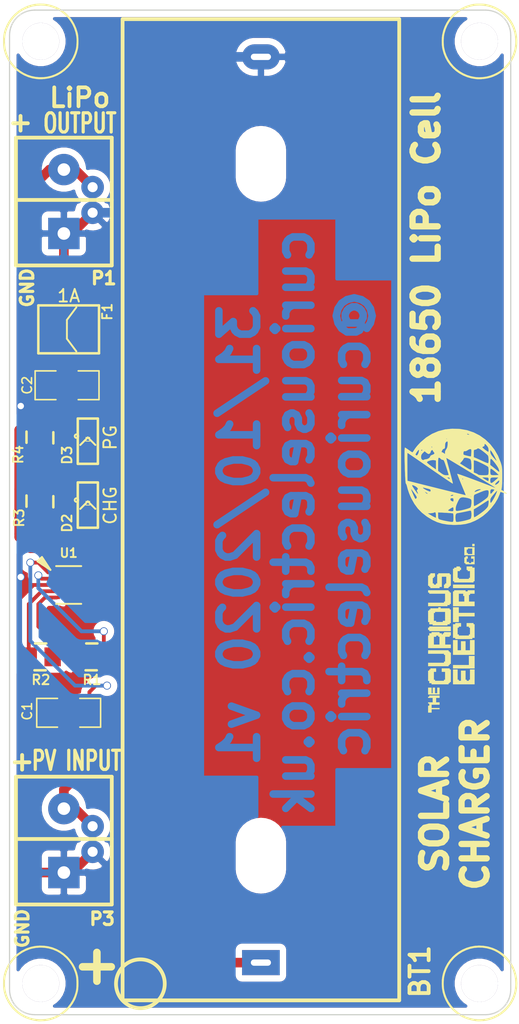
<source format=kicad_pcb>
(kicad_pcb (version 20171130) (host pcbnew "(5.1.0)-1")
  (layers (0 F.Cu signal) (31 B.Cu signal) (34 B.Paste user) (35 F.Paste user) (36 B.SilkS user) (37 F.SilkS user) (38 B.Mask user) (39 F.Mask user) (44 Edge.Cuts user))
  (net 0 "")
  (net 1 VCC)
  (net 2 GND)
  (net 3 "Net-(C1-Pad1)")
  (net 4 "Net-(D2-Pad2)")
  (net 5 "Net-(D3-Pad2)")
  (net 6 "Net-(D3-Pad1)")
  (net 7 "Net-(R1-Pad1)")
  (net 8 "Net-(R2-Pad1)")
  (net 9 "Net-(R2-Pad2)")
  (net 10 "Net-(D2-Pad1)")
  (net 11 "Net-(U1-Pad9)")
  (net 12 "Net-(F1-Pad1)")
  (net 13 "Net-(PCB1-Pad1)")
  (module REInnovationFootprint:TH_LiIon_Holder (layer F.Cu) (at 147.955 132.08 90)
    (fp_text reference BT1 (at 2.286 1.651 270) (layer F.SilkS) (effects (font (size 1.524 1.524) (thickness 0.3048))))
    (fp_text value "18650 LiPo Cell" (at 59.817 2.159 90) (layer F.SilkS) (effects (font (size 2 2) (thickness 0.5))))
    (fp_text user + (at 2.667 -24.257 90) (layer F.SilkS) (effects (font (size 3 3) (thickness 0.6))))
    (pad "" np_thru_hole oval (at 66.5 -11 90) (size 5 3) (drill oval 5 3) (layers *.Cu *.Mask))
    (pad 1 thru_hole rect (at 3 -11 90) (size 2 3) (drill oval 0.5 1.6) (layers *.Cu *.Mask) (net 1 VCC))
    (pad 2 thru_hole oval (at 75 -11 90) (size 2 3) (drill oval 0.5 1.6) (layers *.Cu *.Mask) (net 2 GND))
    (pad "" np_thru_hole oval (at 11.5 -11 90) (size 5 3) (drill oval 5 3) (layers *.Cu *.Mask))
  )
  (module REInnovationFootprint:SIL_2_screw_+_JST_2mm (layer F.Cu) (at 121.285 71.12 90)
    (fp_text reference P1 (at -3.556 3.175) (layer F.SilkS) (effects (font (thickness 0.25))))
    (fp_text value OUTPUT (at 8.763 1.27) (layer F.SilkS) (effects (font (size 1.524 1.016) (thickness 0.254))))
    (fp_text user + (at 8.763 -3.556 90) (layer F.SilkS) (effects (font (size 1.524 1.524) (thickness 0.3048))))
    (fp_text user GND (at -4.318 -2.921 90) (layer F.SilkS) (effects (font (thickness 0.25))))
    (pad 2 thru_hole circle (at 3.683 2.286 90) (size 1.8 1.8) (drill 0.8) (layers *.Cu *.Mask) (net 12 "Net-(F1-Pad1)"))
    (pad 1 thru_hole circle (at 1.651 2.286 90) (size 1.8 1.8) (drill 0.8) (layers *.Cu *.Mask) (net 2 GND))
    (pad 2 thru_hole circle (at 5.08 0 90) (size 2.49936 2.49936) (drill 1.00076) (layers *.Cu *.Mask) (net 12 "Net-(F1-Pad1)"))
    (pad 1 thru_hole rect (at 0 0 90) (size 2.49936 2.49936) (drill 1.00076) (layers *.Cu *.Mask) (net 2 GND))
  )
  (module REInnovationFootprint:SIL_2_screw_+_JST_2mm (layer F.Cu) (at 121.285 121.92 90)
    (fp_text reference P3 (at -3.683 3.048) (layer F.SilkS) (effects (font (thickness 0.25))))
    (fp_text value "PV INPUT" (at 8.89 1.016 180) (layer F.SilkS) (effects (font (size 1.524 1.016) (thickness 0.254))))
    (fp_text user + (at 8.763 -3.429 90) (layer F.SilkS) (effects (font (size 1.524 1.524) (thickness 0.3048))))
    (fp_text user GND (at -4.445 -3.302 90) (layer F.SilkS) (effects (font (thickness 0.25))))
    (pad 2 thru_hole circle (at 3.683 2.286 90) (size 1.8 1.8) (drill 0.8) (layers *.Cu *.Mask) (net 3 "Net-(C1-Pad1)"))
    (pad 1 thru_hole circle (at 1.651 2.286 90) (size 1.8 1.8) (drill 0.8) (layers *.Cu *.Mask) (net 2 GND))
    (pad 2 thru_hole circle (at 5.08 0 90) (size 2.49936 2.49936) (drill 1.00076) (layers *.Cu *.Mask) (net 3 "Net-(C1-Pad1)"))
    (pad 1 thru_hole rect (at 0 0 90) (size 2.49936 2.49936) (drill 1.00076) (layers *.Cu *.Mask) (net 2 GND))
  )
  (module REInnovationFootprint:SM_WSON-10-2x3 (layer F.Cu) (at 121.666 99.06)
    (fp_text reference U1 (at 0 -2.54) (layer F.SilkS) (effects (font (size 0.7 0.7))))
    (fp_text value BQ24210 hide)
    (pad 10 smd rect (at 0.95 -1) (size 0.5 0.25) (layers F.Cu F.Paste F.Mask) (net 1 VCC))
    (pad 9 smd rect (at 0.95 -0.5) (size 0.5 0.25) (layers F.Cu F.Paste F.Mask) (net 11 "Net-(U1-Pad9)"))
    (pad 6 smd rect (at 0.95 1) (size 0.5 0.25) (layers F.Cu F.Paste F.Mask) (net 5 "Net-(D3-Pad2)"))
    (pad 7 smd rect (at 0.95 0.5) (size 0.5 0.25) (layers F.Cu F.Paste F.Mask) (net 5 "Net-(D3-Pad2)"))
    (pad 8 smd rect (at 0.95 0) (size 0.5 0.25) (layers F.Cu F.Paste F.Mask) (net 4 "Net-(D2-Pad2)"))
    (pad 5 smd rect (at -0.95 1) (size 0.5 0.25) (layers F.Cu F.Paste F.Mask) (net 8 "Net-(R2-Pad1)"))
    (pad 4 smd rect (at -0.95 0.5) (size 0.5 0.25) (layers F.Cu F.Paste F.Mask) (net 9 "Net-(R2-Pad2)"))
    (pad 1 smd rect (at -0.95 -1) (size 0.5 0.25) (layers F.Cu F.Paste F.Mask) (net 3 "Net-(C1-Pad1)"))
    (pad 2 smd rect (at -0.95 -0.5) (size 0.5 0.25) (layers F.Cu F.Paste F.Mask) (net 7 "Net-(R1-Pad1)"))
    (pad PAD smd rect (at 0 0) (size 0.84 2.4) (layers F.Cu F.Mask) (net 2 GND))
    (pad 3 smd rect (at -0.95 0) (size 0.5 0.25) (layers F.Cu F.Paste F.Mask) (net 2 GND))
  )
  (module CuriousElectric3:TCEC_Words_13mm (layer F.Cu) (at 149.987 109.474 90)
    (fp_text reference LG2 hide)
    (fp_text value LOGO2 hide)
  )
  (module REInnovationFootprint:SM0805_LED (layer F.Cu) (at 123.19 92.71)
    (fp_text reference D2 (at -1.651 1.43002 -270) (layer F.SilkS) (effects (font (size 0.76 0.76))))
    (fp_text value CHG (at 1.778 0.03302 -270) (layer F.SilkS))
    (pad 1 smd rect (at 0 1.04902) (size 1.19888 1.19888) (layers F.Cu F.Paste F.Mask) (net 10 "Net-(D2-Pad1)"))
    (pad 2 smd rect (at 0 -1.04902) (size 1.19888 1.19888) (layers F.Cu F.Paste F.Mask) (net 4 "Net-(D2-Pad2)"))
  )
  (module REInnovationFootprint:SM0805_LED (layer F.Cu) (at 123.19 87.63)
    (fp_text reference D3 (at -1.651 1.10998 -270) (layer F.SilkS) (effects (font (size 0.76 0.76))))
    (fp_text value PG (at 1.778 -0.28702 -270) (layer F.SilkS))
    (pad 2 smd rect (at 0 -1.04902) (size 1.19888 1.19888) (layers F.Cu F.Paste F.Mask) (net 5 "Net-(D3-Pad2)"))
    (pad 1 smd rect (at 0 1.04902) (size 1.19888 1.19888) (layers F.Cu F.Paste F.Mask) (net 6 "Net-(D3-Pad1)"))
  )
  (module REInnovationFootprint:SM0805 (layer F.Cu) (at 123.5202 104.775 270)
    (fp_text reference R1 (at 1.8288 0) (layer F.SilkS) (effects (font (size 0.76 0.76))))
    (fp_text value 1k hide)
    (pad 2 smd rect (at 0 0.9652 270) (size 1.5 1.3) (layers F.Cu F.Paste F.Mask) (net 2 GND))
    (pad 1 smd rect (at 0 -0.9348 270) (size 1.5 1.3) (layers F.Cu F.Paste F.Mask) (net 7 "Net-(R1-Pad1)"))
  )
  (module REInnovationFootprint:SM0805 (layer F.Cu) (at 119.4562 104.775 270)
    (fp_text reference R2 (at 1.8288 0) (layer F.SilkS) (effects (font (size 0.76 0.76))))
    (fp_text value 100k hide)
    (pad 1 smd rect (at 0 -0.9348 270) (size 1.5 1.3) (layers F.Cu F.Paste F.Mask) (net 8 "Net-(R2-Pad1)"))
    (pad 2 smd rect (at 0 0.9652 270) (size 1.5 1.3) (layers F.Cu F.Paste F.Mask) (net 9 "Net-(R2-Pad2)"))
  )
  (module REInnovationFootprint:SM0805 (layer F.Cu) (at 119.38 92.3798)
    (fp_text reference R3 (at -1.651 1.3512 -90) (layer F.SilkS) (effects (font (size 0.76 0.76))))
    (fp_text value 2.2k hide)
    (pad 2 smd rect (at 0 0.9652) (size 1.5 1.3) (layers F.Cu F.Paste F.Mask) (net 10 "Net-(D2-Pad1)"))
    (pad 1 smd rect (at 0 -0.9348) (size 1.5 1.3) (layers F.Cu F.Paste F.Mask) (net 1 VCC))
  )
  (module REInnovationFootprint:SM0805 (layer F.Cu) (at 119.38 87.2998)
    (fp_text reference R4 (at -1.7272 1.397 -270) (layer F.SilkS) (effects (font (size 0.76 0.76))))
    (fp_text value 2.2k hide)
    (pad 1 smd rect (at 0 -0.9348) (size 1.5 1.3) (layers F.Cu F.Paste F.Mask) (net 1 VCC))
    (pad 2 smd rect (at 0 0.9652) (size 1.5 1.3) (layers F.Cu F.Paste F.Mask) (net 6 "Net-(D3-Pad1)"))
  )
  (module REInnovationFootprint:SM_FSMD (layer F.Cu) (at 121.666 78.74)
    (fp_text reference F1 (at 3.072 -1.397 90) (layer F.SilkS) (effects (font (size 0.76 0.76))))
    (fp_text value 1A (at 0 -2.667) (layer F.SilkS))
    (pad 1 smd rect (at -1.5 0) (size 1 2.8) (layers F.Cu F.Paste F.Mask) (net 12 "Net-(F1-Pad1)"))
    (pad 2 smd rect (at 1.5 0) (size 1 2.8) (layers F.Cu F.Paste F.Mask) (net 1 VCC))
  )
  (module CuriousElectric3:2019_011_16_CuriousElectricCompany_Logo_Round_Logo_No_words_KiCAD_10mm_PCBLogo (layer B.Cu) (at 156.464 89.789 270)
    (fp_text reference LG1 hide)
    (fp_text value LOGO1 hide)
    (fp_poly (pts (xy 1.598158 5.545666) (xy 1.705783 5.113042) (xy 1.80602 4.705886) (xy 1.897159 4.331429) (xy 1.977492 3.996898) (xy 2.045309 3.709525) (xy 2.098903 3.476537) (xy 2.136563 3.305164) (xy 2.156581 3.202636) (xy 2.158569 3.175) (xy 2.111409 3.190455) (xy 1.998121 3.233634) (xy 1.830759 3.299761) (xy 1.621372 3.384057) (xy 1.382015 3.481744) (xy 1.30842 3.512018) (xy 1.064121 3.611815) (xy 0.84763 3.698579) (xy 0.670636 3.767764) (xy 0.544826 3.814825) (xy 0.481885 3.835215) (xy 0.476981 3.835425) (xy 0.488865 3.793728) (xy 0.529404 3.678319) (xy 0.596627 3.494419) (xy 0.688564 3.247251) (xy 0.803244 2.942034) (xy 0.938696 2.583991) (xy 1.09295 2.178343) (xy 1.264034 1.730312) (xy 1.449979 1.24512) (xy 1.648813 0.727987) (xy 1.696865 0.60325) (xy 1.718786 0.530957) (xy 1.716638 0.508) (xy 1.690623 0.542461) (xy 1.627213 0.638947) (xy 1.53296 0.787116) (xy 1.414414 0.976624) (xy 1.278125 1.197128) (xy 1.213951 1.30175) (xy 0.839385 1.914222) (xy 0.507452 2.457896) (xy 0.21624 2.935974) (xy -0.036165 3.351659) (xy -0.251675 3.708153) (xy -0.432203 4.008659) (xy -0.579661 4.256379) (xy -0.695963 4.454515) (xy -0.783021 4.606271) (xy -0.842749 4.714848) (xy -0.877058 4.783449) (xy -0.887861 4.815277) (xy -0.886433 4.818326) (xy -0.837265 4.811146) (xy -0.718164 4.783815) (xy -0.54065 4.739279) (xy -0.316247 4.680484) (xy -0.056475 4.610374) (xy 0.152388 4.552763) (xy 0.429212 4.47628) (xy 0.677522 4.408732) (xy 0.886181 4.353062) (xy 1.044052 4.312214) (xy 1.139998 4.289131) (xy 1.164643 4.285271) (xy 1.143056 4.321197) (xy 1.077521 4.420041) (xy 0.972518 4.575268) (xy 0.832523 4.780344) (xy 0.662014 5.028737) (xy 0.46547 5.313912) (xy 0.247368 5.629335) (xy 0.012186 5.968473) (xy -0.069101 6.085474) (xy -0.309311 6.431462) (xy -0.534242 6.756214) (xy -0.739372 7.053148) (xy -0.920181 7.315681) (xy -1.072147 7.537233) (xy -1.190747 7.71122) (xy -1.271462 7.831062) (xy -1.309769 7.890176) (xy -1.312333 7.895224) (xy -1.271806 7.900749) (xy -1.157444 7.905734) (xy -0.980081 7.909982) (xy -0.750549 7.913295) (xy -0.47968 7.915476) (xy -0.178306 7.916328) (xy -0.153453 7.916333) (xy 1.005427 7.916333) (xy 1.598158 5.545666)) (layer F.Cu) (width 0.01))
  )
  (module REInnovationFootprint:SM1206 (layer F.Cu) (at 121.666 109.22 180)
    (fp_text reference C1 (at 3.302 0.127 270) (layer F.SilkS) (effects (font (size 0.762 0.762) (thickness 0.127))))
    (fp_text value 1uF hide)
    (pad 1 smd rect (at -1.651 0 180) (size 1.524 2.032) (layers F.Cu F.Paste F.Mask) (net 3 "Net-(C1-Pad1)"))
    (pad 2 smd rect (at 1.651 0 180) (size 1.524 2.032) (layers F.Cu F.Paste F.Mask) (net 2 GND))
  )
  (module REInnovationFootprint:SM1206 (layer F.Cu) (at 121.539 83.185 180)
    (fp_text reference C2 (at 3.175 0 90) (layer F.SilkS) (effects (font (size 0.762 0.762) (thickness 0.127))))
    (fp_text value 1uF hide)
    (pad 2 smd rect (at 1.651 0 180) (size 1.524 2.032) (layers F.Cu F.Paste F.Mask) (net 2 GND))
    (pad 1 smd rect (at -1.651 0 180) (size 1.524 2.032) (layers F.Cu F.Paste F.Mask) (net 1 VCC))
  )
  (module REInnovationFootprint:PCB_SolarChargerPCB40x80 (layer F.Cu) (at 136.525 96.012)
    (fp_text reference PCB1 hide)
    (fp_text value PCB hide)
    (fp_line (start -17.55678 -42.65011) (end 18.293 -42.65011) (layer Edge.Cuts) (width 0.1))
    (fp_line (start 18.293 -42.65011) (end 18.4985 -42.6398) (layer Edge.Cuts) (width 0.1))
    (fp_line (start 18.4985 -42.6398) (end 18.698 -42.60953) (layer Edge.Cuts) (width 0.1))
    (fp_line (start 18.698 -42.60953) (end 18.8904 -42.56029) (layer Edge.Cuts) (width 0.1))
    (fp_line (start 18.8904 -42.56029) (end 19.0747 -42.49307) (layer Edge.Cuts) (width 0.1))
    (fp_line (start 19.0747 -42.49307) (end 19.25 -42.40887) (layer Edge.Cuts) (width 0.1))
    (fp_line (start 19.25 -42.40887) (end 19.4153 -42.30868) (layer Edge.Cuts) (width 0.1))
    (fp_line (start 19.4153 -42.30868) (end 19.5695 -42.19349) (layer Edge.Cuts) (width 0.1))
    (fp_line (start 19.5695 -42.19349) (end 19.7117 -42.06429) (layer Edge.Cuts) (width 0.1))
    (fp_line (start 19.7117 -42.06429) (end 19.8409 -41.92208) (layer Edge.Cuts) (width 0.1))
    (fp_line (start 19.8409 -41.92208) (end 19.9561 -41.76785) (layer Edge.Cuts) (width 0.1))
    (fp_line (start 19.9561 -41.76785) (end 20.0563 -41.60259) (layer Edge.Cuts) (width 0.1))
    (fp_line (start 20.0563 -41.60259) (end 20.1405 -41.42729) (layer Edge.Cuts) (width 0.1))
    (fp_line (start 20.1405 -41.42729) (end 20.2077 -41.24295) (layer Edge.Cuts) (width 0.1))
    (fp_line (start 20.2077 -41.24295) (end 20.2569 -41.05056) (layer Edge.Cuts) (width 0.1))
    (fp_line (start 20.2569 -41.05056) (end 20.2872 -40.85111) (layer Edge.Cuts) (width 0.1))
    (fp_line (start 20.2872 -40.85111) (end 20.2975 -40.64559) (layer Edge.Cuts) (width 0.1))
    (fp_line (start 20.2975 -40.64559) (end 20.2975 35.2042) (layer Edge.Cuts) (width 0.1))
    (fp_line (start 20.2975 35.2042) (end 20.2872 35.4097) (layer Edge.Cuts) (width 0.1))
    (fp_line (start 20.2872 35.4097) (end 20.2569 35.6092) (layer Edge.Cuts) (width 0.1))
    (fp_line (start 20.2569 35.6092) (end 20.2077 35.8015) (layer Edge.Cuts) (width 0.1))
    (fp_line (start 20.2077 35.8015) (end 20.1405 35.9859) (layer Edge.Cuts) (width 0.1))
    (fp_line (start 20.1405 35.9859) (end 20.0563 36.1612) (layer Edge.Cuts) (width 0.1))
    (fp_line (start 20.0563 36.1612) (end 19.9561 36.3264) (layer Edge.Cuts) (width 0.1))
    (fp_line (start 19.9561 36.3264) (end 19.8409 36.4807) (layer Edge.Cuts) (width 0.1))
    (fp_line (start 19.8409 36.4807) (end 19.7117 36.6229) (layer Edge.Cuts) (width 0.1))
    (fp_line (start 19.7117 36.6229) (end 19.5695 36.7521) (layer Edge.Cuts) (width 0.1))
    (fp_line (start 19.5695 36.7521) (end 19.4153 36.8673) (layer Edge.Cuts) (width 0.1))
    (fp_line (start 19.4153 36.8673) (end 19.25 36.9675) (layer Edge.Cuts) (width 0.1))
    (fp_line (start 19.25 36.9675) (end 19.0747 37.0517) (layer Edge.Cuts) (width 0.1))
    (fp_line (start 19.0747 37.0517) (end 18.8904 37.1189) (layer Edge.Cuts) (width 0.1))
    (fp_line (start 18.8904 37.1189) (end 18.698 37.1681) (layer Edge.Cuts) (width 0.1))
    (fp_line (start 18.698 37.1681) (end 18.4985 37.1984) (layer Edge.Cuts) (width 0.1))
    (fp_line (start 18.4985 37.1984) (end 18.293 37.2087) (layer Edge.Cuts) (width 0.1))
    (fp_line (start 18.293 37.2087) (end -17.55678 37.2087) (layer Edge.Cuts) (width 0.1))
    (fp_line (start -17.55678 37.2087) (end -17.7623 37.1984) (layer Edge.Cuts) (width 0.1))
    (fp_line (start -17.7623 37.1984) (end -17.96175 37.1681) (layer Edge.Cuts) (width 0.1))
    (fp_line (start -17.96175 37.1681) (end -18.15414 37.1189) (layer Edge.Cuts) (width 0.1))
    (fp_line (start -18.15414 37.1189) (end -18.33848 37.0517) (layer Edge.Cuts) (width 0.1))
    (fp_line (start -18.33848 37.0517) (end -18.51378 36.9675) (layer Edge.Cuts) (width 0.1))
    (fp_line (start -18.51378 36.9675) (end -18.67904 36.8673) (layer Edge.Cuts) (width 0.1))
    (fp_line (start -18.67904 36.8673) (end -18.83327 36.7521) (layer Edge.Cuts) (width 0.1))
    (fp_line (start -18.83327 36.7521) (end -18.97548 36.6229) (layer Edge.Cuts) (width 0.1))
    (fp_line (start -18.97548 36.6229) (end -19.10467 36.4807) (layer Edge.Cuts) (width 0.1))
    (fp_line (start -19.10467 36.4807) (end -19.21987 36.3264) (layer Edge.Cuts) (width 0.1))
    (fp_line (start -19.21987 36.3264) (end -19.32006 36.1612) (layer Edge.Cuts) (width 0.1))
    (fp_line (start -19.32006 36.1612) (end -19.40426 35.9859) (layer Edge.Cuts) (width 0.1))
    (fp_line (start -19.40426 35.9859) (end -19.47147 35.8015) (layer Edge.Cuts) (width 0.1))
    (fp_line (start -19.47147 35.8015) (end -19.52072 35.6092) (layer Edge.Cuts) (width 0.1))
    (fp_line (start -19.52072 35.6092) (end -19.55099 35.4097) (layer Edge.Cuts) (width 0.1))
    (fp_line (start -19.55099 35.4097) (end -19.5613 35.2042) (layer Edge.Cuts) (width 0.1))
    (fp_line (start -19.5613 35.2042) (end -19.5613 -40.64559) (layer Edge.Cuts) (width 0.1))
    (fp_line (start -19.5613 -40.64559) (end -19.55099 -40.85111) (layer Edge.Cuts) (width 0.1))
    (fp_line (start -19.55099 -40.85111) (end -19.52072 -41.05056) (layer Edge.Cuts) (width 0.1))
    (fp_line (start -19.52072 -41.05056) (end -19.47147 -41.24295) (layer Edge.Cuts) (width 0.1))
    (fp_line (start -19.47147 -41.24295) (end -19.40426 -41.42729) (layer Edge.Cuts) (width 0.1))
    (fp_line (start -19.40426 -41.42729) (end -19.32006 -41.60259) (layer Edge.Cuts) (width 0.1))
    (fp_line (start -19.32006 -41.60259) (end -19.21987 -41.76785) (layer Edge.Cuts) (width 0.1))
    (fp_line (start -19.21987 -41.76785) (end -19.10467 -41.92208) (layer Edge.Cuts) (width 0.1))
    (fp_line (start -19.10467 -41.92208) (end -18.97548 -42.06429) (layer Edge.Cuts) (width 0.1))
    (fp_line (start -18.97548 -42.06429) (end -18.83327 -42.19349) (layer Edge.Cuts) (width 0.1))
    (fp_line (start -18.83327 -42.19349) (end -18.67904 -42.30868) (layer Edge.Cuts) (width 0.1))
    (fp_line (start -18.67904 -42.30868) (end -18.51378 -42.40887) (layer Edge.Cuts) (width 0.1))
    (fp_line (start -18.51378 -42.40887) (end -18.33848 -42.49307) (layer Edge.Cuts) (width 0.1))
    (fp_line (start -18.33848 -42.49307) (end -18.15414 -42.56029) (layer Edge.Cuts) (width 0.1))
    (fp_line (start -18.15414 -42.56029) (end -17.96175 -42.60953) (layer Edge.Cuts) (width 0.1))
    (fp_line (start -17.96175 -42.60953) (end -17.7623 -42.6398) (layer Edge.Cuts) (width 0.1))
    (fp_line (start -17.7623 -42.6398) (end -17.55678 -42.65011) (layer Edge.Cuts) (width 0.1))
    (fp_line (start -17.55678 -42.65011) (end -17.55678 -42.65011) (layer Edge.Cuts) (width 0.1))
    (fp_line (start -17.55678 -42.65011) (end -17.55678 -42.65011) (layer Edge.Cuts) (width 0.1))
    (pad 1 thru_hole circle (at -17.078707 -40.16752) (size 2.9347 2.9347) (drill 2.9347) (layers *.Cu *.Mask) (net 13 "Net-(PCB1-Pad1)"))
    (pad 2 thru_hole circle (at 17.814919 -40.16752) (size 2.9347 2.9347) (drill 2.9347) (layers *.Cu *.Mask))
    (pad 3 thru_hole circle (at 17.814919 34.726105) (size 2.9347 2.9347) (drill 2.9347) (layers *.Cu *.Mask))
    (pad 4 thru_hole circle (at -17.078707 34.726105) (size 2.9347 2.9347) (drill 2.9347) (layers *.Cu *.Mask))
  )
  (gr_text LiPo (at 122.555 60.325) (layer F.SilkS) (effects (font (size 1.5 1.5) (thickness 0.3))))
  (gr_text "31/10/2020 v1" (at 135.255 95.123 90) (layer B.Cu) (effects (font (size 3 3) (thickness 0.6)) (justify mirror)))
  (gr_text curiouselectric.co.uk (at 139.573 94.107 90) (layer B.Cu) (effects (font (size 3 3) (thickness 0.6)) (justify mirror)))
  (gr_text @curiouselectric (at 144.018 94.234 90) (layer B.Cu) (effects (font (size 3 3) (thickness 0.6)) (justify mirror)))
  (gr_text "SOLAR \nCHARGER" (at 152.4 116.459 90) (layer F.SilkS) (effects (font (size 2 2) (thickness 0.5))))
  (segment (start 123.19 78.764) (end 123.166 78.74) (width 0.762) (layer F.Cu) (net 1))
  (segment (start 123.19 83.185) (end 123.19 78.764) (width 0.762) (layer F.Cu) (net 1))
  (segment (start 119.38 86.36) (end 120.777 86.36) (width 0.762) (layer F.Cu) (net 1))
  (segment (start 120.777 86.36) (end 121.539 85.598) (width 0.762) (layer F.Cu) (net 1))
  (segment (start 121.539 85.598) (end 121.539 83.566) (width 0.762) (layer F.Cu) (net 1))
  (segment (start 121.92 83.185) (end 123.19 83.185) (width 0.762) (layer F.Cu) (net 1))
  (segment (start 121.539 83.566) (end 121.92 83.185) (width 0.762) (layer F.Cu) (net 1))
  (segment (start 136.955 129.08) (end 133.906 129.08) (width 0.762) (layer F.Cu) (net 1))
  (segment (start 133.906 129.08) (end 130.81 125.984) (width 0.762) (layer F.Cu) (net 1))
  (segment (start 130.81 125.984) (end 130.81 81.661) (width 0.762) (layer F.Cu) (net 1))
  (segment (start 127.889 78.74) (end 123.166 78.74) (width 0.762) (layer F.Cu) (net 1))
  (segment (start 130.81 81.661) (end 127.889 78.74) (width 0.762) (layer F.Cu) (net 1))
  (segment (start 122.616 98.06) (end 123.428 98.06) (width 0.3) (layer F.Cu) (net 1))
  (segment (start 123.428 98.06) (end 123.825 97.663) (width 0.3) (layer F.Cu) (net 1))
  (segment (start 123.825 97.663) (end 123.825 96.774) (width 0.3) (layer F.Cu) (net 1))
  (segment (start 123.825 96.774) (end 123.19 96.139) (width 0.3) (layer F.Cu) (net 1))
  (segment (start 119.38 86.365) (end 118.105 86.365) (width 0.762) (layer F.Cu) (net 1))
  (segment (start 117.729 86.741) (end 117.729 94.996) (width 0.762) (layer F.Cu) (net 1))
  (segment (start 118.105 86.365) (end 117.729 86.741) (width 0.762) (layer F.Cu) (net 1))
  (segment (start 117.729 95.25) (end 118.618 96.139) (width 0.762) (layer F.Cu) (net 1))
  (segment (start 117.729 94.996) (end 117.729 95.25) (width 0.762) (layer F.Cu) (net 1))
  (segment (start 117.734 91.445) (end 117.729 91.44) (width 0.762) (layer F.Cu) (net 1))
  (segment (start 119.38 91.445) (end 117.734 91.445) (width 0.762) (layer F.Cu) (net 1))
  (segment (start 117.729 94.996) (end 117.729 91.44) (width 0.3) (layer F.Cu) (net 1))
  (segment (start 117.729 91.44) (end 117.729 91.313) (width 0.3) (layer F.Cu) (net 1))
  (segment (start 118.618 96.139) (end 122.936 96.139) (width 0.762) (layer F.Cu) (net 1))
  (segment (start 123.19 96.139) (end 122.936 96.139) (width 0.3) (layer F.Cu) (net 1))
  (segment (start 121.92 71.12) (end 123.571 69.469) (width 0.762) (layer F.Cu) (net 2))
  (segment (start 121.285 71.12) (end 121.92 71.12) (width 0.762) (layer F.Cu) (net 2))
  (segment (start 121.92 121.92) (end 123.571 120.269) (width 0.762) (layer F.Cu) (net 2))
  (segment (start 121.285 121.92) (end 121.92 121.92) (width 0.762) (layer F.Cu) (net 2))
  (segment (start 120.015 109.22) (end 120.015 113.157) (width 0.762) (layer F.Cu) (net 2))
  (segment (start 120.015 113.157) (end 118.491 114.681) (width 0.762) (layer F.Cu) (net 2))
  (segment (start 118.491 114.681) (end 118.491 121.285) (width 0.762) (layer F.Cu) (net 2))
  (segment (start 119.126 121.92) (end 121.285 121.92) (width 0.762) (layer F.Cu) (net 2))
  (segment (start 118.491 121.285) (end 119.126 121.92) (width 0.762) (layer F.Cu) (net 2))
  (segment (start 120.015 109.22) (end 120.015 107.569) (width 0.762) (layer F.Cu) (net 2))
  (segment (start 120.015 107.569) (end 120.904 106.68) (width 0.762) (layer F.Cu) (net 2))
  (segment (start 120.904 106.68) (end 121.793 106.68) (width 0.762) (layer F.Cu) (net 2))
  (segment (start 122.555 105.918) (end 122.555 104.775) (width 0.762) (layer F.Cu) (net 2))
  (segment (start 121.793 106.68) (end 122.555 105.918) (width 0.762) (layer F.Cu) (net 2))
  (segment (start 119.888 83.185) (end 119.888 81.534) (width 0.762) (layer F.Cu) (net 2))
  (segment (start 119.888 81.534) (end 120.396 81.026) (width 0.762) (layer F.Cu) (net 2))
  (segment (start 120.396 81.026) (end 121.158 81.026) (width 0.762) (layer F.Cu) (net 2))
  (segment (start 121.158 81.026) (end 121.666 80.518) (width 0.762) (layer F.Cu) (net 2))
  (segment (start 121.666 80.518) (end 121.666 74.041) (width 0.762) (layer F.Cu) (net 2))
  (segment (start 121.285 73.66) (end 121.285 71.12) (width 0.762) (layer F.Cu) (net 2))
  (segment (start 121.666 74.041) (end 121.285 73.66) (width 0.762) (layer F.Cu) (net 2))
  (segment (start 120.716 99.06) (end 121.666 99.06) (width 0.3) (layer F.Cu) (net 2))
  (segment (start 121.666 99.06) (end 121.666 101.092) (width 0.3) (layer F.Cu) (net 2))
  (segment (start 122.555 101.981) (end 122.555 105.918) (width 0.3) (layer F.Cu) (net 2))
  (segment (start 121.666 101.092) (end 122.555 101.981) (width 0.3) (layer F.Cu) (net 2))
  (segment (start 120.716 99.06) (end 118.491 99.06) (width 0.3) (layer F.Cu) (net 2))
  (segment (start 118.491 99.06) (end 117.856 98.425) (width 0.3) (layer F.Cu) (net 2))
  (via (at 117.856 98.425) (size 0.635) (drill 0.508) (layers F.Cu B.Cu) (net 2))
  (segment (start 117.856 98.425) (end 117.856 84.836) (width 0.3) (layer B.Cu) (net 2))
  (via (at 117.856 84.836) (size 0.635) (drill 0.508) (layers F.Cu B.Cu) (net 2))
  (segment (start 117.856 84.836) (end 117.856 83.693) (width 0.3) (layer F.Cu) (net 2))
  (segment (start 118.364 83.185) (end 119.888 83.185) (width 0.3) (layer F.Cu) (net 2))
  (segment (start 117.856 83.693) (end 118.364 83.185) (width 0.3) (layer F.Cu) (net 2))
  (segment (start 133.42 57.08) (end 136.955 57.08) (width 0.762) (layer B.Cu) (net 2))
  (segment (start 130.302 60.198) (end 133.42 57.08) (width 0.762) (layer B.Cu) (net 2))
  (segment (start 130.302 66.802) (end 130.302 60.198) (width 0.762) (layer B.Cu) (net 2))
  (segment (start 127.635 69.469) (end 130.302 66.802) (width 0.762) (layer B.Cu) (net 2))
  (segment (start 123.571 69.469) (end 127.635 69.469) (width 0.762) (layer B.Cu) (net 2))
  (segment (start 122.174 116.84) (end 123.571 118.237) (width 0.762) (layer F.Cu) (net 3))
  (segment (start 121.285 116.84) (end 122.174 116.84) (width 0.762) (layer F.Cu) (net 3))
  (segment (start 121.285 116.84) (end 121.285 115.316) (width 0.762) (layer F.Cu) (net 3))
  (segment (start 123.317 113.284) (end 123.317 109.22) (width 0.762) (layer F.Cu) (net 3))
  (segment (start 121.285 115.316) (end 123.317 113.284) (width 0.762) (layer F.Cu) (net 3))
  (segment (start 123.317 109.22) (end 123.317 107.569) (width 0.3) (layer F.Cu) (net 3))
  (segment (start 123.317 107.569) (end 123.825 107.061) (width 0.3) (layer F.Cu) (net 3))
  (segment (start 123.825 107.061) (end 124.714 107.061) (width 0.3) (layer F.Cu) (net 3))
  (via (at 124.714 107.061) (size 0.635) (drill 0.508) (layers F.Cu B.Cu) (net 3))
  (segment (start 124.714 107.061) (end 122.174 107.061) (width 0.3) (layer B.Cu) (net 3))
  (segment (start 122.174 107.061) (end 118.618 103.505) (width 0.3) (layer B.Cu) (net 3))
  (segment (start 118.618 103.505) (end 118.618 97.282) (width 0.3) (layer B.Cu) (net 3))
  (via (at 118.618 97.282) (size 0.635) (drill 0.508) (layers F.Cu B.Cu) (net 3))
  (segment (start 118.618 97.282) (end 118.872 97.282) (width 0.3) (layer F.Cu) (net 3))
  (segment (start 120.716 98.06) (end 120.031 98.06) (width 0.3) (layer F.Cu) (net 3))
  (segment (start 119.253 97.282) (end 118.618 97.282) (width 0.3) (layer F.Cu) (net 3))
  (segment (start 120.031 98.06) (end 119.253 97.282) (width 0.3) (layer F.Cu) (net 3))
  (segment (start 122.616 99.06) (end 123.825 99.06) (width 0.3) (layer F.Cu) (net 4))
  (segment (start 123.825 99.06) (end 124.587 98.298) (width 0.3) (layer F.Cu) (net 4))
  (segment (start 124.587 98.298) (end 124.587 91.948) (width 0.3) (layer F.Cu) (net 4))
  (segment (start 124.29998 91.66098) (end 123.19 91.66098) (width 0.3) (layer F.Cu) (net 4))
  (segment (start 124.587 91.948) (end 124.29998 91.66098) (width 0.3) (layer F.Cu) (net 4))
  (segment (start 122.616 99.56) (end 124.087 99.56) (width 0.3) (layer F.Cu) (net 5))
  (segment (start 124.087 99.56) (end 125.095 98.552) (width 0.3) (layer F.Cu) (net 5))
  (segment (start 125.095 98.552) (end 125.095 87.122) (width 0.3) (layer F.Cu) (net 5))
  (segment (start 124.55398 86.58098) (end 123.19 86.58098) (width 0.3) (layer F.Cu) (net 5))
  (segment (start 125.095 87.122) (end 124.55398 86.58098) (width 0.3) (layer F.Cu) (net 5))
  (segment (start 123.587 100.06) (end 124.087 99.56) (width 0.3) (layer F.Cu) (net 5))
  (segment (start 122.616 100.06) (end 123.587 100.06) (width 0.3) (layer F.Cu) (net 5))
  (segment (start 119.38 88.265) (end 121.031 88.265) (width 0.762) (layer F.Cu) (net 6))
  (segment (start 121.44502 88.67902) (end 123.19 88.67902) (width 0.762) (layer F.Cu) (net 6))
  (segment (start 121.031 88.265) (end 121.44502 88.67902) (width 0.762) (layer F.Cu) (net 6))
  (segment (start 120.716 98.56) (end 119.515 98.56) (width 0.3) (layer F.Cu) (net 7))
  (via (at 119.253 98.298) (size 0.635) (drill 0.508) (layers F.Cu B.Cu) (net 7))
  (segment (start 119.515 98.56) (end 119.253 98.298) (width 0.3) (layer F.Cu) (net 7))
  (segment (start 119.253 98.298) (end 119.253 99.314) (width 0.3) (layer B.Cu) (net 7))
  (segment (start 119.253 99.314) (end 122.682 102.743) (width 0.3) (layer B.Cu) (net 7))
  (via (at 124.46 102.743) (size 0.635) (drill 0.508) (layers F.Cu B.Cu) (net 7))
  (segment (start 122.682 102.743) (end 124.46 102.743) (width 0.3) (layer B.Cu) (net 7))
  (segment (start 124.46 104.77) (end 124.455 104.775) (width 0.3) (layer F.Cu) (net 7))
  (segment (start 124.46 102.743) (end 124.46 104.77) (width 0.3) (layer F.Cu) (net 7))
  (segment (start 120.391 104.775) (end 120.391 103.5) (width 0.3) (layer F.Cu) (net 8))
  (segment (start 120.391 103.5) (end 119.253 102.362) (width 0.3) (layer F.Cu) (net 8))
  (segment (start 119.253 102.362) (end 119.253 100.584) (width 0.3) (layer F.Cu) (net 8))
  (segment (start 119.777 100.06) (end 120.716 100.06) (width 0.3) (layer F.Cu) (net 8))
  (segment (start 119.253 100.584) (end 119.777 100.06) (width 0.3) (layer F.Cu) (net 8))
  (segment (start 120.716 99.56) (end 119.515 99.56) (width 0.3) (layer F.Cu) (net 9))
  (segment (start 118.491 100.584) (end 118.491 104.775) (width 0.3) (layer F.Cu) (net 9))
  (segment (start 119.515 99.56) (end 118.491 100.584) (width 0.3) (layer F.Cu) (net 9))
  (segment (start 119.38 93.345) (end 121.031 93.345) (width 0.762) (layer F.Cu) (net 10))
  (segment (start 121.44502 93.75902) (end 123.19 93.75902) (width 0.762) (layer F.Cu) (net 10))
  (segment (start 121.031 93.345) (end 121.44502 93.75902) (width 0.762) (layer F.Cu) (net 10))
  (segment (start 122.174 66.04) (end 123.571 67.437) (width 0.762) (layer F.Cu) (net 12))
  (segment (start 121.285 66.04) (end 122.174 66.04) (width 0.762) (layer F.Cu) (net 12))
  (segment (start 120.166 78.74) (end 120.166 75.716) (width 0.762) (layer F.Cu) (net 12))
  (segment (start 120.166 75.716) (end 118.618 74.168) (width 0.762) (layer F.Cu) (net 12))
  (segment (start 118.618 74.168) (end 118.618 67.564) (width 0.762) (layer F.Cu) (net 12))
  (segment (start 120.142 66.04) (end 121.285 66.04) (width 0.762) (layer F.Cu) (net 12))
  (segment (start 118.618 67.564) (end 120.142 66.04) (width 0.762) (layer F.Cu) (net 12))
  (zone (net 2) (net_name GND) (layer F.Cu) (connect_pads (clearance 0.508)) (min_thickness 0.254) (fill yes (arc_segments 32) (thermal_gap 0.508) (thermal_bridge_width 0.508))
    (polygon (pts (xy 116.205 52.705) (xy 157.48 52.705) (xy 157.48 133.985) (xy 116.205 133.985)))
  )
  (zone (net 2) (net_name GND) (layer B.Cu) (connect_pads (clearance 0.508)) (min_thickness 0.254) (fill yes (arc_segments 32) (thermal_gap 0.508) (thermal_bridge_width 0.508))
    (polygon (pts (xy 116.205 52.558758) (xy 157.48 52.558758) (xy 157.48 133.838758) (xy 116.205 133.838758)))
  )
)
</source>
